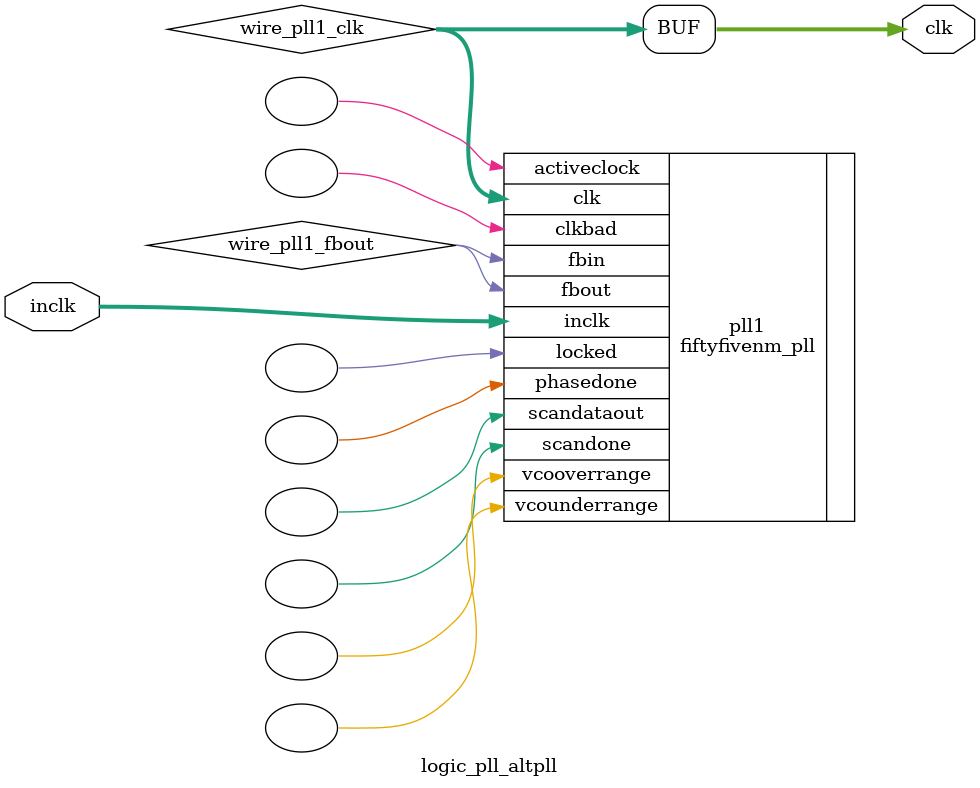
<source format=v>






//synthesis_resources = fiftyfivenm_pll 1 
//synopsys translate_off
`timescale 1 ps / 1 ps
//synopsys translate_on
module  logic_pll_altpll
	( 
	clk,
	inclk) /* synthesis synthesis_clearbox=1 */;
	output   [4:0]  clk;
	input   [1:0]  inclk;
`ifndef ALTERA_RESERVED_QIS
// synopsys translate_off
`endif
	tri0   [1:0]  inclk;
`ifndef ALTERA_RESERVED_QIS
// synopsys translate_on
`endif

	wire  [4:0]   wire_pll1_clk;
	wire  wire_pll1_fbout;

	fiftyfivenm_pll   pll1
	( 
	.activeclock(),
	.clk(wire_pll1_clk),
	.clkbad(),
	.fbin(wire_pll1_fbout),
	.fbout(wire_pll1_fbout),
	.inclk(inclk),
	.locked(),
	.phasedone(),
	.scandataout(),
	.scandone(),
	.vcooverrange(),
	.vcounderrange()
	`ifndef FORMAL_VERIFICATION
	// synopsys translate_off
	`endif
	,
	.areset(1'b0),
	.clkswitch(1'b0),
	.configupdate(1'b0),
	.pfdena(1'b1),
	.phasecounterselect({3{1'b0}}),
	.phasestep(1'b0),
	.phaseupdown(1'b0),
	.scanclk(1'b0),
	.scanclkena(1'b1),
	.scandata(1'b0)
	`ifndef FORMAL_VERIFICATION
	// synopsys translate_on
	`endif
	);
	defparam
		pll1.bandwidth_type = "auto",
		pll1.clk0_divide_by = 12,
		pll1.clk0_duty_cycle = 50,
		pll1.clk0_multiply_by = 1,
		pll1.clk0_phase_shift = "0",
		pll1.compensate_clock = "clk0",
		pll1.inclk0_input_frequency = 83333,
		pll1.operation_mode = "normal",
		pll1.pll_type = "auto",
		pll1.lpm_type = "fiftyfivenm_pll";
	assign
		clk = {wire_pll1_clk[4:0]};
endmodule //logic_pll_altpll
//VALID FILE

</source>
